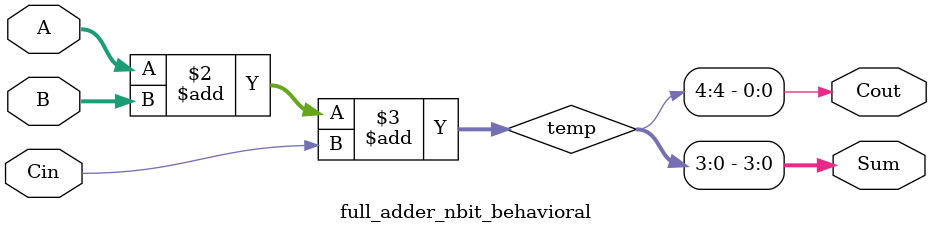
<source format=v>
module full_adder_nbit_behavioral #(parameter N = 4) (
    input [N-1:0] A, B,
    input Cin,
    output [N-1:0] Sum,
    output Cout
);

    reg [N:0] temp;

    always @(*) begin
        temp = A + B + Cin;
    end

    assign Sum = temp[N-1:0];
    assign Cout = temp[N];

endmodule

</source>
